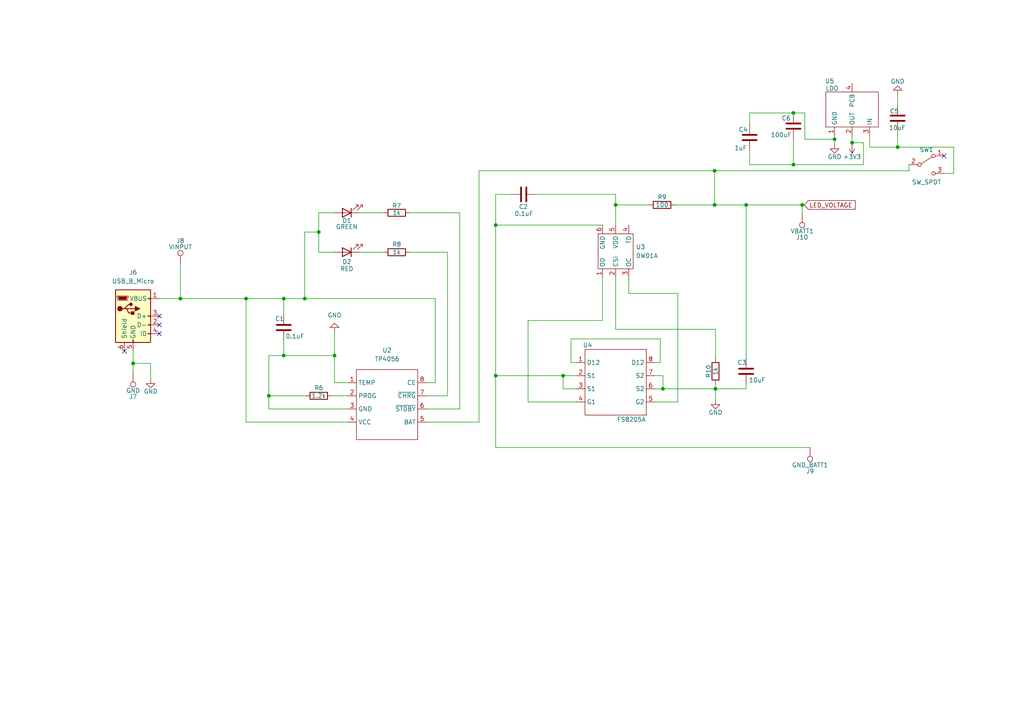
<source format=kicad_sch>
(kicad_sch (version 20230121) (generator eeschema)
  (paper "A4")
  (lib_symbols
    (symbol "Connector:USB_B_Micro" (pin_names (offset 1.016))
      (property "Reference" "J" (at -5.08 11.43 0))
      (property "Value" "USB_B_Micro" (at -5.08 8.89 0))
      (symbol "USB_B_Micro_0_1"
        (rectangle (start -5.08 -7.62) (end 5.08 7.62) (stroke (width 0.254)) (fill (type background)))
        (circle (center -3.81 2.159) (radius 0.635) (stroke (width 0.254)) (fill (type outline)))
        (circle (center -0.635 3.429) (radius 0.381) (stroke (width 0.254)) (fill (type outline)))
        (rectangle (start -0.127 -7.62) (end 0.127 -6.858))
        (polyline (pts (xy -1.905 2.159) (xy 0.635 2.159)) (stroke (width 0.254)))
        (polyline (pts (xy -3.175 2.159) (xy -2.54 2.159) (xy -1.27 3.429) (xy -0.635 3.429)) (stroke (width 0.254)))
        (polyline (pts (xy -2.54 2.159) (xy -1.905 2.159) (xy -1.27 0.889) (xy 0 0.889)) (stroke (width 0.254)))
        (polyline (pts (xy 0.635 2.794) (xy 0.635 1.524) (xy 1.905 2.159) (xy 0.635 2.794)) (stroke (width 0.254)) (fill (type outline)))
        (polyline (pts (xy -4.318 5.588) (xy -1.778 5.588) (xy -2.032 4.826) (xy -4.064 4.826) (xy -4.318 5.588)) (fill (type outline)))
        (polyline (pts (xy -4.699 5.842) (xy -4.699 5.588) (xy -4.445 4.826) (xy -4.445 4.572) (xy -1.651 4.572) (xy -1.651 4.826) (xy -1.397 5.588) (xy -1.397 5.842) (xy -4.699 5.842)))
        (rectangle (start 0.254 1.27) (end -0.508 0.508) (stroke (width 0.254)) (fill (type outline)))
        (rectangle (start 5.08 -5.207) (end 4.318 -4.953))
        (rectangle (start 5.08 -2.667) (end 4.318 -2.413))
        (rectangle (start 5.08 -0.127) (end 4.318 0.127))
        (rectangle (start 5.08 4.953) (end 4.318 5.207))
      )
      (symbol "USB_B_Micro_1_1"
        (pin power_out line (at 7.62 5.08 180) (length 2.54) (name "VBUS") (number "1"))
        (pin bidirectional line (at 7.62 -2.54 180) (length 2.54) (name "D-") (number "2"))
        (pin bidirectional line (at 7.62 0 180) (length 2.54) (name "D+") (number "3"))
        (pin passive line (at 7.62 -5.08 180) (length 2.54) (name "ID") (number "4"))
        (pin power_out line (at 0 -10.16 90) (length 2.54) (name "GND") (number "5"))
        (pin passive line (at -2.54 -10.16 90) (length 2.54) (name "Shield") (number "6"))
      )
    )
    (symbol "Device:C" (pin_numbers hide) (pin_names (offset 0.254))
      (property "Reference" "C" (at 0.635 2.54 0))
      (property "Value" "C" (at 0.635 -2.54 0))
      (symbol "C_0_1"
        (polyline (pts (xy -2.032 -0.762) (xy 2.032 -0.762)) (stroke (width 0.508)))
        (polyline (pts (xy -2.032 0.762) (xy 2.032 0.762)) (stroke (width 0.508)))
      )
      (symbol "C_1_1"
        (pin passive line (at 0 3.81 270) (length 2.794) (name "~") (number "1"))
        (pin passive line (at 0 -3.81 90) (length 2.794) (name "~") (number "2"))
      )
    )
    (symbol "Device:LED" (pin_numbers hide) (pin_names (offset 1.016) hide)
      (property "Reference" "D" (at 0 2.54 0))
      (property "Value" "LED" (at 0 -2.54 0))
      (symbol "LED_0_1"
        (polyline (pts (xy -1.27 -1.27) (xy -1.27 1.27)) (stroke (width 0.254)))
        (polyline (pts (xy -1.27 0) (xy 1.27 0)))
        (polyline (pts (xy 1.27 -1.27) (xy 1.27 1.27) (xy -1.27 0) (xy 1.27 -1.27)) (stroke (width 0.254)))
        (polyline (pts (xy -3.048 -0.762) (xy -4.572 -2.286) (xy -3.81 -2.286) (xy -4.572 -2.286) (xy -4.572 -1.524)))
        (polyline (pts (xy -1.778 -0.762) (xy -3.302 -2.286) (xy -2.54 -2.286) (xy -3.302 -2.286) (xy -3.302 -1.524)))
      )
      (symbol "LED_1_1"
        (pin passive line (at -3.81 0 0) (length 2.54) (name "K") (number "1"))
        (pin passive line (at 3.81 0 180) (length 2.54) (name "A") (number "2"))
      )
    )
    (symbol "Device:R" (pin_numbers hide) (pin_names (offset 0))
      (property "Reference" "R" (at 2.032 0 90))
      (property "Value" "R" (at 0 0 90))
      (symbol "R_0_1"
        (rectangle (start -1.016 -2.54) (end 1.016 2.54) (stroke (width 0.254)))
      )
      (symbol "R_1_1"
        (pin passive line (at 0 3.81 270) (length 1.27) (name "~") (number "1"))
        (pin passive line (at 0 -3.81 90) (length 1.27) (name "~") (number "2"))
      )
    )
    (symbol "GlowTie:DW01A"
      (property "Reference" "U3" (at -3.81 6.35 0))
      (property "Value" "DW01A" (at 2.54 -6.35 0))
      (symbol "DW01A_0_1"
        (rectangle (start -5.08 5.08) (end 5.08 -5.08))
      )
      (symbol "DW01A_1_1"
        (pin input line (at -7.62 3.81 0) (length 2.54) (name "OD") (number "1"))
        (pin input line (at -7.62 0 0) (length 2.54) (name "CSI") (number "2"))
        (pin input line (at -7.62 -3.81 0) (length 2.54) (name "OC") (number "3"))
        (pin input line (at 7.62 -3.81 180) (length 2.54) (name "TD") (number "4"))
        (pin input line (at 7.62 0 180) (length 2.54) (name "VDD") (number "5"))
        (pin input line (at 7.62 3.81 180) (length 2.54) (name "GND") (number "6"))
      )
    )
    (symbol "GlowTie:FS8205A"
      (property "Reference" "U2" (at -7.62 10.16 0))
      (property "Value" "FS8205A" (at 5.08 -11.43 0))
      (symbol "FS8205A_0_1"
        (rectangle (start -8.89 8.89) (end 8.89 -10.16))
      )
      (symbol "FS8205A_1_1"
        (pin input line (at -11.43 5.08 0) (length 2.54) (name "D12") (number "1"))
        (pin input line (at -11.43 1.27 0) (length 2.54) (name "S1") (number "2"))
        (pin input line (at -11.43 -2.54 0) (length 2.54) (name "S1") (number "3"))
        (pin input line (at -11.43 -6.35 0) (length 2.54) (name "G1") (number "4"))
        (pin input line (at 11.43 -6.35 180) (length 2.54) (name "G2") (number "5"))
        (pin input line (at 11.43 -2.54 180) (length 2.54) (name "S2") (number "6"))
        (pin input line (at 11.43 1.27 180) (length 2.54) (name "S2") (number "7"))
        (pin input line (at 11.43 5.08 180) (length 2.54) (name "D12") (number "8"))
      )
    )
    (symbol "GlowTie:LDO"
      (property "Reference" "U5" (at -7.366 6.096 0))
      (property "Value" "LDO" (at 7.62 -7.62 0))
      (symbol "LDO_0_1"
        (rectangle (start -7.62 5.08) (end 7.62 -5.08))
      )
      (symbol "LDO_1_1"
        (pin input line (at -5.08 -7.62 90) (length 2.54) (name "GND") (number "1"))
        (pin input line (at 0 -7.62 90) (length 2.54) (name "OUT") (number "2"))
        (pin input line (at 5.08 -7.62 90) (length 2.54) (name "IN") (number "3"))
        (pin input line (at 0 7.62 270) (length 2.54) (name "PCB") (number "4"))
      )
    )
    (symbol "GlowTie:TP4056"
      (property "Reference" "U1" (at -7.62 11.43 0))
      (property "Value" "TP4056" (at 5.08 -11.43 0))
      (symbol "TP4056_0_1"
        (rectangle (start -8.89 10.16) (end 8.89 -10.16))
      )
      (symbol "TP4056_1_1"
        (pin input line (at -11.43 6.35 0) (length 2.54) (name "TEMP") (number "1"))
        (pin input line (at -11.43 2.54 0) (length 2.54) (name "PROG") (number "2"))
        (pin input line (at -11.43 -1.27 0) (length 2.54) (name "GND") (number "3"))
        (pin input line (at -11.43 -5.08 0) (length 2.54) (name "VCC") (number "4"))
        (pin input line (at 11.43 -5.08 180) (length 2.54) (name "BAT") (number "5"))
        (pin input line (at 11.43 -1.27 180) (length 2.54) (name "~{STDBY}") (number "6"))
        (pin input line (at 11.43 2.54 180) (length 2.54) (name "~{CHRG}") (number "7"))
        (pin input line (at 11.43 6.35 180) (length 2.54) (name "CE") (number "8"))
      )
    )
    (symbol "conn:TEST_1P" (pin_numbers hide) (pin_names (offset 0.762) hide)
      (property "Reference" "J" (at 0 6.858 0))
      (property "Value" "conn_TEST_1P" (at 0 5.08 0))
      (symbol "TEST_1P_0_1"
        (circle (center 0 3.302) (radius 0.762))
      )
      (symbol "TEST_1P_1_1"
        (pin passive line (at 0 0 90) (length 2.54) (name "1") (number "1"))
      )
    )
    (symbol "device:C" (pin_numbers hide) (pin_names (offset 0.254))
      (property "Reference" "C" (at 0.635 2.54 0))
      (property "Value" "device_C" (at 0.635 -2.54 0))
      (symbol "C_0_1"
        (polyline (pts (xy -2.032 -0.762) (xy 2.032 -0.762)) (stroke (width 0.508)))
        (polyline (pts (xy -2.032 0.762) (xy 2.032 0.762)) (stroke (width 0.508)))
      )
      (symbol "C_1_1"
        (pin passive line (at 0 3.81 270) (length 2.794) (name "~") (number "1"))
        (pin passive line (at 0 -3.81 90) (length 2.794) (name "~") (number "2"))
      )
    )
    (symbol "power1:+3.3V" (power) (pin_names (offset 0))
      (property "Value" "power1_+3.3V" (at 0 3.556 0))
      (symbol "+3.3V_0_1"
        (polyline (pts (xy -0.762 1.27) (xy 0 2.54)))
        (polyline (pts (xy 0 0) (xy 0 2.54)))
        (polyline (pts (xy 0 2.54) (xy 0.762 1.27)))
      )
      (symbol "+3.3V_1_1"
        (pin power_in line (at 0 0 90) (length 0) hide (name "+3V3") (number "1"))
      )
    )
    (symbol "power1:GND" (power) (pin_names (offset 0))
      (property "Value" "power1_GND" (at 0 -3.81 0))
      (symbol "GND_0_1"
        (polyline (pts (xy 0 0) (xy 0 -1.27) (xy 1.27 -1.27) (xy 0 -2.54) (xy -1.27 -1.27) (xy 0 -1.27)))
      )
      (symbol "GND_1_1"
        (pin power_in line (at 0 0 270) (length 0) hide (name "GND") (number "1"))
      )
    )
    (symbol "power:GND" (power) (pin_names (offset 0))
      (property "Value" "GND" (at 0 -3.81 0))
      (symbol "GND_0_1"
        (polyline (pts (xy 0 0) (xy 0 -1.27) (xy 1.27 -1.27) (xy 0 -2.54) (xy -1.27 -1.27) (xy 0 -1.27)))
      )
      (symbol "GND_1_1"
        (pin power_in line (at 0 0 270) (length 0) hide (name "GND") (number "1"))
      )
    )
    (symbol "switches:SW_SPDT" (pin_names (offset 0) hide)
      (property "Reference" "SW" (at 0 4.318 0))
      (property "Value" "switches_SW_SPDT" (at 0 -5.08 0))
      (symbol "SW_SPDT_0_0"
        (circle (center -2.032 0) (radius 0.508))
        (circle (center 2.032 -2.54) (radius 0.508))
      )
      (symbol "SW_SPDT_0_1"
        (polyline (pts (xy -1.524 0.254) (xy 1.651 2.286)))
        (circle (center 2.032 2.54) (radius 0.508))
      )
      (symbol "SW_SPDT_1_1"
        (pin passive line (at 5.08 2.54 180) (length 2.54) (name "A") (number "1"))
        (pin passive line (at -5.08 0 0) (length 2.54) (name "B") (number "2"))
        (pin passive line (at 5.08 -2.54 180) (length 2.54) (name "C") (number "3"))
      )
    )
  )
  (junction (at 143.764 108.966))
  (junction (at 242.062 40.386))
  (junction (at 71.374 86.614))
  (junction (at 82.296 86.614))
  (junction (at 247.142 41.402))
  (junction (at 232.664 59.436))
  (junction (at 163.322 108.966))
  (junction (at 230.124 32.766))
  (junction (at 92.456 67.31))
  (junction (at 143.764 65.278))
  (junction (at 88.392 86.614))
  (junction (at 77.978 114.808))
  (junction (at 82.296 103.124))
  (junction (at 260.35 42.672))
  (junction (at 216.408 59.436))
  (junction (at 207.264 59.436))
  (junction (at 230.124 47.752))
  (junction (at 207.518 112.776))
  (junction (at 178.562 59.436))
  (junction (at 52.324 86.614))
  (junction (at 207.264 49.53))
  (junction (at 38.608 105.41))
  (junction (at 97.028 103.124))
  (junction (at 192.278 112.776))
  (no_connect (at 46.228 96.774))
  (no_connect (at 46.228 94.234))
  (no_connect (at 36.068 101.854))
  (no_connect (at 46.228 91.694))
  (no_connect (at 273.812 45.212))
  (wire (pts (xy 216.408 111.506) (xy 216.408 112.776)))
  (wire (pts (xy 260.35 38.1) (xy 260.35 42.672)))
  (wire (pts (xy 133.35 118.618) (xy 133.35 61.722)))
  (wire (pts (xy 233.426 32.766) (xy 230.124 32.766)))
  (wire (pts (xy 138.938 49.53) (xy 207.264 49.53)))
  (wire (pts (xy 92.456 61.722) (xy 96.774 61.722)))
  (wire (pts (xy 52.324 86.614) (xy 71.374 86.614)))
  (wire (pts (xy 129.794 73.152) (xy 118.872 73.152)))
  (wire (pts (xy 97.028 110.998) (xy 97.028 103.124)))
  (wire (pts (xy 276.606 50.292) (xy 273.812 50.292)))
  (wire (pts (xy 92.456 67.31) (xy 92.456 61.722)))
  (wire (pts (xy 216.408 112.776) (xy 207.518 112.776)))
  (wire (pts (xy 153.162 92.964) (xy 153.162 116.586)))
  (wire (pts (xy 88.392 67.31) (xy 92.456 67.31)))
  (wire (pts (xy 263.652 49.53) (xy 263.652 47.752)))
  (wire (pts (xy 163.322 108.966) (xy 143.764 108.966)))
  (wire (pts (xy 207.518 95.504) (xy 207.518 103.886)))
  (wire (pts (xy 52.324 76.708) (xy 52.324 86.614)))
  (wire (pts (xy 123.698 118.618) (xy 133.35 118.618)))
  (wire (pts (xy 217.424 47.752) (xy 230.124 47.752)))
  (wire (pts (xy 71.374 122.428) (xy 71.374 86.614)))
  (wire (pts (xy 233.426 40.386) (xy 233.426 32.766)))
  (wire (pts (xy 92.456 73.152) (xy 92.456 67.31)))
  (wire (pts (xy 196.596 85.09) (xy 182.372 85.09)))
  (wire (pts (xy 276.606 42.672) (xy 276.606 50.292)))
  (wire (pts (xy 138.938 122.428) (xy 138.938 49.53)))
  (wire (pts (xy 77.978 118.618) (xy 77.978 114.808)))
  (wire (pts (xy 178.562 59.436) (xy 188.214 59.436)))
  (wire (pts (xy 250.444 47.752) (xy 230.124 47.752)))
  (wire (pts (xy 167.132 112.776) (xy 163.322 112.776)))
  (wire (pts (xy 104.394 73.152) (xy 111.252 73.152)))
  (wire (pts (xy 165.608 105.156) (xy 165.608 98.298)))
  (wire (pts (xy 82.296 86.614) (xy 82.296 91.186)))
  (wire (pts (xy 82.296 86.614) (xy 88.392 86.614)))
  (wire (pts (xy 178.562 56.388) (xy 155.702 56.388)))
  (wire (pts (xy 250.444 41.402) (xy 250.444 47.752)))
  (wire (pts (xy 126.238 86.614) (xy 126.238 110.998)))
  (wire (pts (xy 192.278 108.966) (xy 192.278 112.776)))
  (wire (pts (xy 189.992 108.966) (xy 192.278 108.966)))
  (wire (pts (xy 207.518 112.776) (xy 207.518 116.078)))
  (wire (pts (xy 178.562 80.518) (xy 178.562 95.504)))
  (wire (pts (xy 167.132 105.156) (xy 165.608 105.156)))
  (wire (pts (xy 242.062 40.386) (xy 242.062 41.91)))
  (wire (pts (xy 82.296 98.806) (xy 82.296 103.124)))
  (wire (pts (xy 143.764 129.794) (xy 234.95 129.794)))
  (wire (pts (xy 123.698 114.808) (xy 129.794 114.808)))
  (wire (pts (xy 189.992 116.586) (xy 196.596 116.586)))
  (wire (pts (xy 189.992 112.776) (xy 192.278 112.776)))
  (wire (pts (xy 217.424 43.688) (xy 217.424 47.752)))
  (wire (pts (xy 88.392 67.31) (xy 88.392 86.614)))
  (wire (pts (xy 133.35 61.722) (xy 118.872 61.722)))
  (wire (pts (xy 71.374 86.614) (xy 82.296 86.614)))
  (wire (pts (xy 143.764 56.388) (xy 143.764 65.278)))
  (wire (pts (xy 163.322 108.966) (xy 167.132 108.966)))
  (wire (pts (xy 195.834 59.436) (xy 207.264 59.436)))
  (wire (pts (xy 191.516 105.156) (xy 189.992 105.156)))
  (wire (pts (xy 207.264 59.436) (xy 216.408 59.436)))
  (wire (pts (xy 242.062 40.386) (xy 233.426 40.386)))
  (wire (pts (xy 207.264 59.436) (xy 207.264 49.53)))
  (wire (pts (xy 174.752 80.518) (xy 174.752 92.964)))
  (wire (pts (xy 247.142 41.402) (xy 247.142 41.91)))
  (wire (pts (xy 260.35 42.672) (xy 252.222 42.672)))
  (wire (pts (xy 217.424 32.766) (xy 230.124 32.766)))
  (wire (pts (xy 46.228 86.614) (xy 52.324 86.614)))
  (wire (pts (xy 38.608 105.41) (xy 43.688 105.41)))
  (wire (pts (xy 178.562 59.436) (xy 178.562 56.388)))
  (wire (pts (xy 216.408 59.436) (xy 232.664 59.436)))
  (wire (pts (xy 77.978 103.124) (xy 82.296 103.124)))
  (wire (pts (xy 230.124 47.752) (xy 230.124 40.386)))
  (wire (pts (xy 192.278 112.776) (xy 207.518 112.776)))
  (wire (pts (xy 247.142 39.37) (xy 247.142 41.402)))
  (wire (pts (xy 38.608 105.41) (xy 38.608 108.204)))
  (wire (pts (xy 232.664 59.436) (xy 233.299 59.436)))
  (wire (pts (xy 129.794 114.808) (xy 129.794 73.152)))
  (wire (pts (xy 260.35 27.432) (xy 260.35 30.48)))
  (wire (pts (xy 178.562 95.504) (xy 207.518 95.504)))
  (wire (pts (xy 148.082 56.388) (xy 143.764 56.388)))
  (wire (pts (xy 207.264 49.53) (xy 263.652 49.53)))
  (wire (pts (xy 96.266 114.808) (xy 100.838 114.808)))
  (wire (pts (xy 97.028 103.124) (xy 97.028 96.266)))
  (wire (pts (xy 252.222 42.672) (xy 252.222 39.37)))
  (wire (pts (xy 260.35 42.672) (xy 276.606 42.672)))
  (wire (pts (xy 88.392 86.614) (xy 126.238 86.614)))
  (wire (pts (xy 82.296 103.124) (xy 97.028 103.124)))
  (wire (pts (xy 232.664 59.436) (xy 232.664 61.976)))
  (wire (pts (xy 165.608 98.298) (xy 191.516 98.298)))
  (wire (pts (xy 196.596 116.586) (xy 196.596 85.09)))
  (wire (pts (xy 217.424 36.068) (xy 217.424 32.766)))
  (wire (pts (xy 104.394 61.722) (xy 111.252 61.722)))
  (wire (pts (xy 100.838 122.428) (xy 71.374 122.428)))
  (wire (pts (xy 143.764 65.278) (xy 174.752 65.278)))
  (wire (pts (xy 100.838 118.618) (xy 77.978 118.618)))
  (wire (pts (xy 247.142 41.402) (xy 250.444 41.402)))
  (wire (pts (xy 143.764 65.278) (xy 143.764 108.966)))
  (wire (pts (xy 96.774 73.152) (xy 92.456 73.152)))
  (wire (pts (xy 38.608 101.854) (xy 38.608 105.41)))
  (wire (pts (xy 77.978 114.808) (xy 77.978 103.124)))
  (wire (pts (xy 43.688 105.41) (xy 43.688 109.982)))
  (wire (pts (xy 126.238 110.998) (xy 123.698 110.998)))
  (wire (pts (xy 174.752 92.964) (xy 153.162 92.964)))
  (wire (pts (xy 153.162 116.586) (xy 167.132 116.586)))
  (wire (pts (xy 207.518 112.776) (xy 207.518 111.506)))
  (wire (pts (xy 178.562 65.278) (xy 178.562 59.436)))
  (wire (pts (xy 182.372 85.09) (xy 182.372 80.518)))
  (wire (pts (xy 100.838 110.998) (xy 97.028 110.998)))
  (wire (pts (xy 242.062 39.37) (xy 242.062 40.386)))
  (wire (pts (xy 191.516 98.298) (xy 191.516 105.156)))
  (wire (pts (xy 216.408 59.436) (xy 216.408 103.886)))
  (wire (pts (xy 123.698 122.428) (xy 138.938 122.428)))
  (wire (pts (xy 88.646 114.808) (xy 77.978 114.808)))
  (wire (pts (xy 163.322 112.776) (xy 163.322 108.966)))
  (wire (pts (xy 143.764 108.966) (xy 143.764 129.794)))
  (global_label "LED_VOLTAGE" (shape input) (at 233.299 59.436 0) (property "Intersheetrefs" "${INTERSHEET_REFS}" (effects hide)))
  (symbol (lib_id "Device:R") (at 115.062 73.152 90) (unit 1)
    (property "Reference" "R8" (at 115.062 70.866 90))
    (property "Value" "1k" (at 115.062 73.152 90))
    (property "Footprint" "Resistor_SMD:R_0805_2012Metric_Pad1.20x1.40mm_HandSolder" (effects hide))
  )
  (symbol (lib_id "power:GND") (at 207.518 116.078 0) (unit 1)
    (property "Reference" "#PWR0111" (effects hide))
    (property "Value" "GND" (at 205.486 119.634 0) (effects (justify left)))
  )
  (symbol (lib_id "GlowTie:FS8205A") (at 178.562 110.236 0) (unit 1)
    (property "Reference" "U4" (at 170.434 100.076 0))
    (property "Value" "FS8205A" (at 183.134 121.666 0))
    (property "Footprint" "GlowTie:FS8205A" (effects hide))
  )
  (symbol (lib_id "power:GND") (at 43.688 109.982 0) (unit 1)
    (property "Reference" "#PWR0108" (effects hide))
    (property "Value" "GND" (at 41.656 113.538 0) (effects (justify left)))
  )
  (symbol (lib_id "Device:LED") (at 100.584 61.722 180) (unit 1)
    (property "Reference" "D1" (at 100.584 64.008 0))
    (property "Value" "GREEN" (at 100.584 65.786 0))
    (property "Footprint" "LED_SMD:LED_0805_2012Metric_Pad1.15x1.40mm_HandSolder" (effects hide))
  )
  (symbol (lib_id "Device:R") (at 115.062 61.722 90) (unit 1)
    (property "Reference" "R7" (at 115.062 59.69 90))
    (property "Value" "1k" (at 115.062 61.722 90))
    (property "Footprint" "Resistor_SMD:R_0805_2012Metric_Pad1.20x1.40mm_HandSolder" (effects hide))
  )
  (symbol (lib_id "Device:R") (at 92.456 114.808 90) (unit 1)
    (property "Reference" "R6" (at 92.456 112.522 90))
    (property "Value" "1.2k" (at 92.456 114.808 90))
    (property "Footprint" "Resistor_SMD:R_0805_2012Metric_Pad1.20x1.40mm_HandSolder" (effects hide))
  )
  (symbol (lib_id "power:GND") (at 97.028 96.266 180) (unit 1)
    (property "Reference" "#PWR0107" (effects hide))
    (property "Value" "GND" (at 97.028 91.44 0))
  )
  (symbol (lib_id "conn:TEST_1P") (at 52.324 76.708 0) (unit 1)
    (property "Reference" "J8" (at 52.324 69.85 0))
    (property "Value" "VINPUT" (at 52.324 71.628 0))
    (property "Footprint" "TestPoint:TestPoint_Pad_D1.5mm" (effects hide))
  )
  (symbol (lib_id "device:C") (at 217.424 39.878 180) (unit 1)
    (property "Reference" "C4" (at 216.916 37.592 0) (effects (justify left)))
    (property "Value" "1uF" (at 216.662 42.926 0) (effects (justify left)))
    (property "Footprint" "Capacitor_SMD:C_0805_2012Metric_Pad1.18x1.45mm_HandSolder" (effects hide))
  )
  (symbol (lib_id "GlowTie:LDO") (at 247.142 31.75 0) (unit 1)
    (property "Reference" "U5" (at 239.268 23.495 0) (effects (justify left)))
    (property "Value" "LDO" (at 239.395 25.654 0) (effects (justify left)))
    (property "Footprint" "GlowTie:AMS1117-3.3" (effects hide))
  )
  (symbol (lib_id "Device:R") (at 192.024 59.436 270) (unit 1)
    (property "Reference" "R9" (at 192.024 57.15 90))
    (property "Value" "100" (at 192.024 59.436 90))
    (property "Footprint" "Resistor_SMD:R_0805_2012Metric_Pad1.20x1.40mm_HandSolder" (effects hide))
  )
  (symbol (lib_id "device:C") (at 230.124 36.576 180) (unit 1)
    (property "Reference" "C6" (at 229.362 34.29 0) (effects (justify left)))
    (property "Value" "100uF" (at 229.616 39.116 0) (effects (justify left)))
    (property "Footprint" "GlowTie:Tantalum_100uF" (effects hide))
  )
  (symbol (lib_id "Connector:USB_B_Micro") (at 38.608 91.694 0) (unit 1)
    (property "Reference" "J6" (at 38.608 78.994 0))
    (property "Value" "USB_B_Micro" (at 38.608 81.534 0))
    (property "Footprint" "Connector_USB:USB_Micro-B_Molex-105017-0001" (effects hide))
  )
  (symbol (lib_id "conn:TEST_1P") (at 38.608 108.204 180) (unit 1)
    (property "Reference" "J7" (at 38.608 115.062 0))
    (property "Value" "GND" (at 38.608 113.284 0))
    (property "Footprint" "TestPoint:TestPoint_Pad_D1.5mm" (effects hide))
  )
  (symbol (lib_id "Device:C") (at 151.892 56.388 90) (unit 1)
    (property "Reference" "C2" (at 153.162 59.944 90) (effects (justify left)))
    (property "Value" "0.1uF" (at 154.686 61.976 90) (effects (justify left)))
    (property "Footprint" "Capacitor_SMD:C_0805_2012Metric_Pad1.18x1.45mm_HandSolder" (effects hide))
  )
  (symbol (lib_id "GlowTie:DW01A") (at 178.562 72.898 90) (unit 1)
    (property "Reference" "U3" (at 184.404 71.6279 90) (effects (justify right)))
    (property "Value" "DW01A" (at 184.404 74.1679 90) (effects (justify right)))
    (property "Footprint" "GlowTie:DW01A" (effects hide))
  )
  (symbol (lib_id "Device:LED") (at 100.584 73.152 180) (unit 1)
    (property "Reference" "D2" (at 100.584 75.946 0))
    (property "Value" "RED" (at 100.584 77.978 0))
    (property "Footprint" "LED_SMD:LED_0805_2012Metric_Pad1.15x1.40mm_HandSolder" (effects hide))
  )
  (symbol (lib_id "power:GND") (at 242.062 41.91 0) (unit 1)
    (property "Reference" "#PWR0105" (effects hide))
    (property "Value" "GND" (at 240.03 45.466 0) (effects (justify left)))
  )
  (symbol (lib_id "Device:R") (at 207.518 107.696 0) (unit 1)
    (property "Reference" "R10" (at 205.486 107.696 90))
    (property "Value" "1k" (at 207.518 107.696 90))
    (property "Footprint" "Resistor_SMD:R_0805_2012Metric_Pad1.20x1.40mm_HandSolder" (effects hide))
  )
  (symbol (lib_id "Device:C") (at 82.296 94.996 0) (unit 1)
    (property "Reference" "C1" (at 79.756 92.456 0) (effects (justify left)))
    (property "Value" "0.1uF" (at 82.804 97.536 0) (effects (justify left)))
    (property "Footprint" "Capacitor_SMD:C_0805_2012Metric_Pad1.18x1.45mm_HandSolder" (effects hide))
  )
  (symbol (lib_id "conn:TEST_1P") (at 234.95 129.794 180) (unit 1)
    (property "Reference" "J9" (at 234.95 136.652 0))
    (property "Value" "GND_BATT1" (at 234.95 134.874 0))
    (property "Footprint" "TestPoint:TestPoint_Pad_D1.5mm" (effects hide))
  )
  (symbol (lib_id "device:C") (at 260.35 34.29 0) (unit 1)
    (property "Reference" "C5" (at 258.064 32.258 0) (effects (justify left)))
    (property "Value" "10uF" (at 257.81 37.084 0) (effects (justify left)))
    (property "Footprint" "GlowTie:Tantalum_10uF" (effects hide))
  )
  (symbol (lib_id "power1:GND") (at 260.35 27.432 180) (unit 1)
    (property "Reference" "#PWR0110" (effects hide))
    (property "Value" "GND" (at 260.35 23.622 0))
  )
  (symbol (lib_id "power1:+3.3V") (at 247.142 41.91 180) (unit 1)
    (property "Reference" "#PWR0106" (effects hide))
    (property "Value" "+3.3V" (at 247.142 45.466 0))
  )
  (symbol (lib_id "conn:TEST_1P") (at 232.664 61.976 180) (unit 1)
    (property "Reference" "J10" (at 232.664 68.834 0))
    (property "Value" "VBATT1" (at 232.664 67.056 0))
    (property "Footprint" "TestPoint:TestPoint_Pad_D1.5mm" (effects hide))
  )
  (symbol (lib_id "GlowTie:TP4056") (at 112.268 117.348 0) (unit 1)
    (property "Reference" "U2" (at 112.268 101.6 0))
    (property "Value" "TP4056" (at 112.268 104.14 0))
    (property "Footprint" "GlowTie:TP4056" (effects hide))
  )
  (symbol (lib_id "Device:C") (at 216.408 107.696 0) (unit 1)
    (property "Reference" "C3" (at 213.868 105.156 0) (effects (justify left)))
    (property "Value" "10uF" (at 217.17 110.236 0) (effects (justify left)))
    (property "Footprint" "Capacitor_SMD:C_0805_2012Metric_Pad1.18x1.45mm_HandSolder" (effects hide))
  )
  (symbol (lib_id "switches:SW_SPDT") (at 268.732 47.752 0) (unit 1)
    (property "Reference" "SW1" (at 268.732 43.434 0))
    (property "Value" "SW_SPDT" (at 268.732 52.832 0))
    (property "Footprint" "Switch:MSK12C02" (effects hide))
  )
)
</source>
